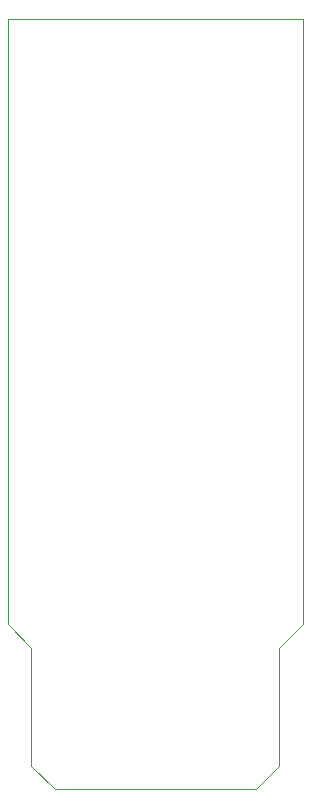
<source format=gm1>
G04 #@! TF.GenerationSoftware,KiCad,Pcbnew,5.1.6+dfsg1-1*
G04 #@! TF.CreationDate,2021-10-17T21:52:56+02:00*
G04 #@! TF.ProjectId,picoprobe-pcb,7069636f-7072-46f6-9265-2d7063622e6b,rev?*
G04 #@! TF.SameCoordinates,Original*
G04 #@! TF.FileFunction,Profile,NP*
%FSLAX46Y46*%
G04 Gerber Fmt 4.6, Leading zero omitted, Abs format (unit mm)*
G04 Created by KiCad (PCBNEW 5.1.6+dfsg1-1) date 2021-10-17 21:52:56*
%MOMM*%
%LPD*%
G01*
G04 APERTURE LIST*
G04 #@! TA.AperFunction,Profile*
%ADD10C,0.050000*%
G04 #@! TD*
G04 APERTURE END LIST*
D10*
X127000000Y-93000000D02*
X127000000Y-103000000D01*
X125000000Y-91000000D02*
X127000000Y-93000000D01*
X148000000Y-93000000D02*
X150000000Y-91000000D01*
X148000000Y-103000000D02*
X148000000Y-93000000D01*
X129000000Y-105000000D02*
X127000000Y-103000000D01*
X148000000Y-103000000D02*
X146000000Y-105000000D01*
X150000000Y-39800000D02*
X125000000Y-39800000D01*
X150000000Y-91000000D02*
X150000000Y-39800000D01*
X129000000Y-105000000D02*
X146000000Y-105000000D01*
X125000000Y-39800000D02*
X125000000Y-91000000D01*
M02*

</source>
